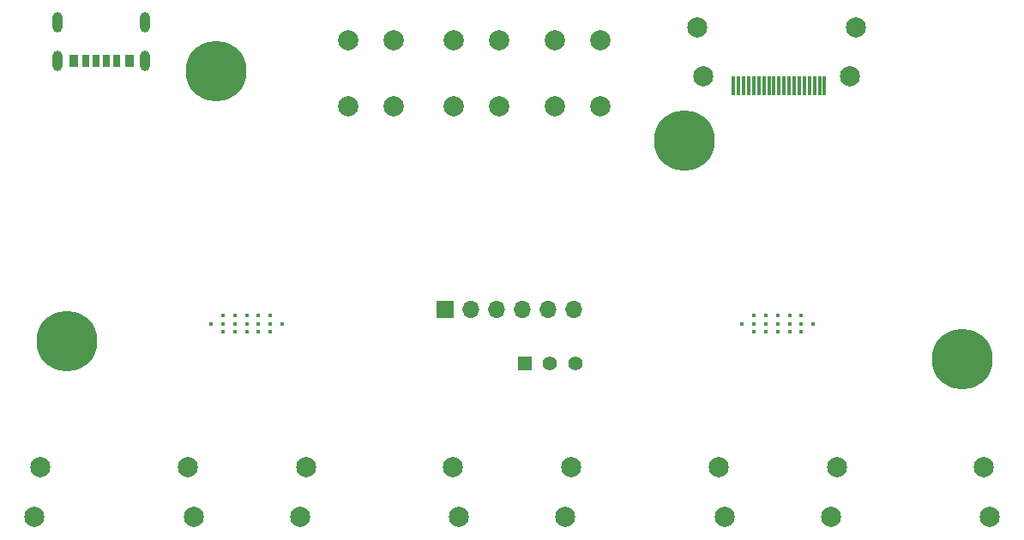
<source format=gbr>
%TF.GenerationSoftware,KiCad,Pcbnew,(6.0.10-0)*%
%TF.CreationDate,2022-12-27T23:39:26-08:00*%
%TF.ProjectId,HDMI-MUX,48444d49-2d4d-4555-982e-6b696361645f,rev?*%
%TF.SameCoordinates,Original*%
%TF.FileFunction,Soldermask,Bot*%
%TF.FilePolarity,Negative*%
%FSLAX46Y46*%
G04 Gerber Fmt 4.6, Leading zero omitted, Abs format (unit mm)*
G04 Created by KiCad (PCBNEW (6.0.10-0)) date 2022-12-27 23:39:26*
%MOMM*%
%LPD*%
G01*
G04 APERTURE LIST*
%ADD10C,1.995000*%
%ADD11C,6.000000*%
%ADD12R,1.700000X1.700000*%
%ADD13O,1.700000X1.700000*%
%ADD14C,2.000000*%
%ADD15C,0.400000*%
%ADD16R,1.408000X1.408000*%
%ADD17C,1.408000*%
%ADD18R,0.700000X1.150000*%
%ADD19R,0.800000X1.150000*%
%ADD20R,0.900000X1.150000*%
%ADD21O,1.000000X2.000000*%
%ADD22R,0.300000X1.900000*%
G04 APERTURE END LIST*
D10*
%TO.C,J6*%
X59675250Y-63255000D03*
X45175250Y-63255000D03*
X44575250Y-68155000D03*
X60275250Y-68155000D03*
%TD*%
%TO.C,J7*%
X33475250Y-63255000D03*
X18975250Y-63255000D03*
X18375250Y-68155000D03*
X34075250Y-68155000D03*
%TD*%
D11*
%TO.C,REF\u002A\u002A*%
X109982000Y-52578000D03*
%TD*%
D12*
%TO.C,J1*%
X58950000Y-47690000D03*
D13*
X61490000Y-47690000D03*
X64030000Y-47690000D03*
X66570000Y-47690000D03*
X69110000Y-47690000D03*
X71650000Y-47690000D03*
%TD*%
D14*
%TO.C,SW1*%
X69753750Y-21100000D03*
X69753750Y-27600000D03*
X74253750Y-21100000D03*
X74253750Y-27600000D03*
%TD*%
D10*
%TO.C,J4*%
X112084500Y-63257500D03*
X97584500Y-63257500D03*
X96984500Y-68157500D03*
X112684500Y-68157500D03*
%TD*%
D11*
%TO.C,REF\u002A\u002A*%
X82550000Y-30988000D03*
%TD*%
D15*
%TO.C,U4*%
X42849500Y-49057500D03*
X41664500Y-48282500D03*
X41664500Y-49057500D03*
X41664500Y-49832500D03*
X40494500Y-48282500D03*
X40494500Y-49057500D03*
X40494500Y-49832500D03*
X39324500Y-48282500D03*
X39324500Y-49057500D03*
X39324500Y-49832500D03*
X38154500Y-48282500D03*
X38154500Y-49057500D03*
X38154500Y-49832500D03*
X36984500Y-48282500D03*
X36984500Y-49057500D03*
X36984500Y-49832500D03*
X35799500Y-49057500D03*
%TD*%
D10*
%TO.C,J5*%
X85884500Y-63257500D03*
X71384500Y-63257500D03*
X70784500Y-68157500D03*
X86484500Y-68157500D03*
%TD*%
D14*
%TO.C,SW2*%
X49323750Y-27550000D03*
X49323750Y-21050000D03*
X53823750Y-21050000D03*
X53823750Y-27550000D03*
%TD*%
D15*
%TO.C,U3*%
X95268750Y-49060000D03*
X94083750Y-48285000D03*
X94083750Y-49060000D03*
X94083750Y-49835000D03*
X92913750Y-48285000D03*
X92913750Y-49060000D03*
X92913750Y-49835000D03*
X91743750Y-48285000D03*
X91743750Y-49060000D03*
X91743750Y-49835000D03*
X90573750Y-48285000D03*
X90573750Y-49060000D03*
X90573750Y-49835000D03*
X89403750Y-48285000D03*
X89403750Y-49060000D03*
X89403750Y-49835000D03*
X88218750Y-49060000D03*
%TD*%
D11*
%TO.C,REF\u002A\u002A*%
X21590000Y-50800000D03*
%TD*%
D16*
%TO.C,SW4*%
X66771500Y-53000000D03*
D17*
X69271500Y-53000000D03*
X71771500Y-53000000D03*
%TD*%
D14*
%TO.C,SW3*%
X64283750Y-21050000D03*
X64283750Y-27550000D03*
X59783750Y-21050000D03*
X59783750Y-27550000D03*
%TD*%
D11*
%TO.C,REF\u002A\u002A*%
X36322000Y-24130000D03*
%TD*%
D18*
%TO.C,J2*%
X24476000Y-23109000D03*
D19*
X26496000Y-23109000D03*
D20*
X27726000Y-23109000D03*
D18*
X25476000Y-23109000D03*
D19*
X23456000Y-23109000D03*
D20*
X22226000Y-23109000D03*
D21*
X20656000Y-23104000D03*
X29296000Y-23104000D03*
X20656000Y-19304000D03*
X29296000Y-19304000D03*
%TD*%
D22*
%TO.C,J3*%
X96374500Y-25562500D03*
X95874500Y-25562500D03*
X95374500Y-25562500D03*
X94874500Y-25562500D03*
X94374500Y-25562500D03*
X93874500Y-25562500D03*
X93374500Y-25562500D03*
X92874500Y-25562500D03*
X92374500Y-25562500D03*
X91874500Y-25562500D03*
X91374500Y-25562500D03*
X90874500Y-25562500D03*
X90374500Y-25562500D03*
X89874500Y-25562500D03*
X89374500Y-25562500D03*
X88874500Y-25562500D03*
X88374500Y-25562500D03*
X87874500Y-25562500D03*
X87374500Y-25562500D03*
D10*
X98874500Y-24662500D03*
X84374500Y-24662500D03*
X83774500Y-19762500D03*
X99474500Y-19762500D03*
%TD*%
M02*

</source>
